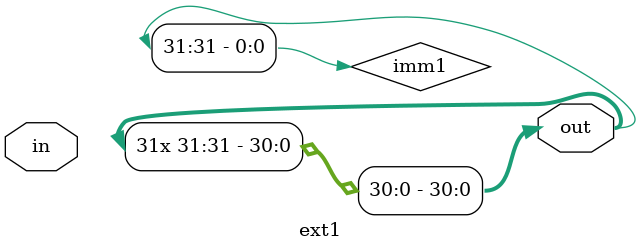
<source format=v>
`timescale 1ns / 1ps


module ext1(
input in,
output[31:0] out
);

assign out = {{31{imm1}}, imm1}; 
endmodule

</source>
